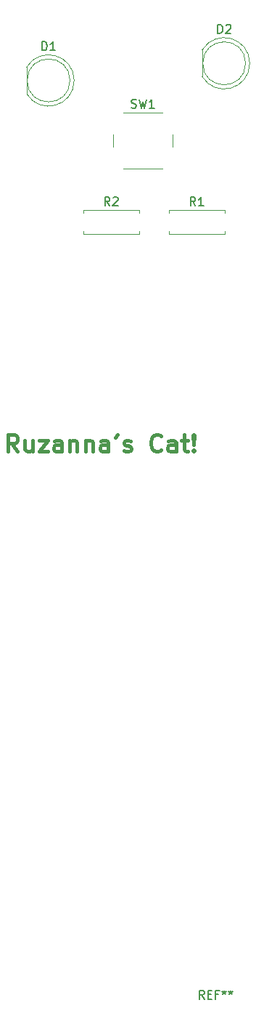
<source format=gbr>
%TF.GenerationSoftware,KiCad,Pcbnew,9.0.2*%
%TF.CreationDate,2025-06-03T16:13:35-04:00*%
%TF.ProjectId,athena workshop,61746865-6e61-4207-976f-726b73686f70,rev?*%
%TF.SameCoordinates,Original*%
%TF.FileFunction,Legend,Top*%
%TF.FilePolarity,Positive*%
%FSLAX46Y46*%
G04 Gerber Fmt 4.6, Leading zero omitted, Abs format (unit mm)*
G04 Created by KiCad (PCBNEW 9.0.2) date 2025-06-03 16:13:35*
%MOMM*%
%LPD*%
G01*
G04 APERTURE LIST*
%ADD10C,0.400000*%
%ADD11C,0.150000*%
%ADD12C,0.120000*%
G04 APERTURE END LIST*
D10*
X111882204Y-85734438D02*
X111215537Y-84782057D01*
X110739347Y-85734438D02*
X110739347Y-83734438D01*
X110739347Y-83734438D02*
X111501252Y-83734438D01*
X111501252Y-83734438D02*
X111691728Y-83829676D01*
X111691728Y-83829676D02*
X111786966Y-83924914D01*
X111786966Y-83924914D02*
X111882204Y-84115390D01*
X111882204Y-84115390D02*
X111882204Y-84401104D01*
X111882204Y-84401104D02*
X111786966Y-84591580D01*
X111786966Y-84591580D02*
X111691728Y-84686819D01*
X111691728Y-84686819D02*
X111501252Y-84782057D01*
X111501252Y-84782057D02*
X110739347Y-84782057D01*
X113596490Y-84401104D02*
X113596490Y-85734438D01*
X112739347Y-84401104D02*
X112739347Y-85448723D01*
X112739347Y-85448723D02*
X112834585Y-85639200D01*
X112834585Y-85639200D02*
X113025061Y-85734438D01*
X113025061Y-85734438D02*
X113310776Y-85734438D01*
X113310776Y-85734438D02*
X113501252Y-85639200D01*
X113501252Y-85639200D02*
X113596490Y-85543961D01*
X114358395Y-84401104D02*
X115406014Y-84401104D01*
X115406014Y-84401104D02*
X114358395Y-85734438D01*
X114358395Y-85734438D02*
X115406014Y-85734438D01*
X117025062Y-85734438D02*
X117025062Y-84686819D01*
X117025062Y-84686819D02*
X116929824Y-84496342D01*
X116929824Y-84496342D02*
X116739348Y-84401104D01*
X116739348Y-84401104D02*
X116358395Y-84401104D01*
X116358395Y-84401104D02*
X116167919Y-84496342D01*
X117025062Y-85639200D02*
X116834586Y-85734438D01*
X116834586Y-85734438D02*
X116358395Y-85734438D01*
X116358395Y-85734438D02*
X116167919Y-85639200D01*
X116167919Y-85639200D02*
X116072681Y-85448723D01*
X116072681Y-85448723D02*
X116072681Y-85258247D01*
X116072681Y-85258247D02*
X116167919Y-85067771D01*
X116167919Y-85067771D02*
X116358395Y-84972533D01*
X116358395Y-84972533D02*
X116834586Y-84972533D01*
X116834586Y-84972533D02*
X117025062Y-84877295D01*
X117977443Y-84401104D02*
X117977443Y-85734438D01*
X117977443Y-84591580D02*
X118072681Y-84496342D01*
X118072681Y-84496342D02*
X118263157Y-84401104D01*
X118263157Y-84401104D02*
X118548872Y-84401104D01*
X118548872Y-84401104D02*
X118739348Y-84496342D01*
X118739348Y-84496342D02*
X118834586Y-84686819D01*
X118834586Y-84686819D02*
X118834586Y-85734438D01*
X119786967Y-84401104D02*
X119786967Y-85734438D01*
X119786967Y-84591580D02*
X119882205Y-84496342D01*
X119882205Y-84496342D02*
X120072681Y-84401104D01*
X120072681Y-84401104D02*
X120358396Y-84401104D01*
X120358396Y-84401104D02*
X120548872Y-84496342D01*
X120548872Y-84496342D02*
X120644110Y-84686819D01*
X120644110Y-84686819D02*
X120644110Y-85734438D01*
X122453634Y-85734438D02*
X122453634Y-84686819D01*
X122453634Y-84686819D02*
X122358396Y-84496342D01*
X122358396Y-84496342D02*
X122167920Y-84401104D01*
X122167920Y-84401104D02*
X121786967Y-84401104D01*
X121786967Y-84401104D02*
X121596491Y-84496342D01*
X122453634Y-85639200D02*
X122263158Y-85734438D01*
X122263158Y-85734438D02*
X121786967Y-85734438D01*
X121786967Y-85734438D02*
X121596491Y-85639200D01*
X121596491Y-85639200D02*
X121501253Y-85448723D01*
X121501253Y-85448723D02*
X121501253Y-85258247D01*
X121501253Y-85258247D02*
X121596491Y-85067771D01*
X121596491Y-85067771D02*
X121786967Y-84972533D01*
X121786967Y-84972533D02*
X122263158Y-84972533D01*
X122263158Y-84972533D02*
X122453634Y-84877295D01*
X123501253Y-83734438D02*
X123310777Y-84115390D01*
X124263158Y-85639200D02*
X124453634Y-85734438D01*
X124453634Y-85734438D02*
X124834586Y-85734438D01*
X124834586Y-85734438D02*
X125025063Y-85639200D01*
X125025063Y-85639200D02*
X125120301Y-85448723D01*
X125120301Y-85448723D02*
X125120301Y-85353485D01*
X125120301Y-85353485D02*
X125025063Y-85163009D01*
X125025063Y-85163009D02*
X124834586Y-85067771D01*
X124834586Y-85067771D02*
X124548872Y-85067771D01*
X124548872Y-85067771D02*
X124358396Y-84972533D01*
X124358396Y-84972533D02*
X124263158Y-84782057D01*
X124263158Y-84782057D02*
X124263158Y-84686819D01*
X124263158Y-84686819D02*
X124358396Y-84496342D01*
X124358396Y-84496342D02*
X124548872Y-84401104D01*
X124548872Y-84401104D02*
X124834586Y-84401104D01*
X124834586Y-84401104D02*
X125025063Y-84496342D01*
X128644111Y-85543961D02*
X128548873Y-85639200D01*
X128548873Y-85639200D02*
X128263159Y-85734438D01*
X128263159Y-85734438D02*
X128072683Y-85734438D01*
X128072683Y-85734438D02*
X127786968Y-85639200D01*
X127786968Y-85639200D02*
X127596492Y-85448723D01*
X127596492Y-85448723D02*
X127501254Y-85258247D01*
X127501254Y-85258247D02*
X127406016Y-84877295D01*
X127406016Y-84877295D02*
X127406016Y-84591580D01*
X127406016Y-84591580D02*
X127501254Y-84210628D01*
X127501254Y-84210628D02*
X127596492Y-84020152D01*
X127596492Y-84020152D02*
X127786968Y-83829676D01*
X127786968Y-83829676D02*
X128072683Y-83734438D01*
X128072683Y-83734438D02*
X128263159Y-83734438D01*
X128263159Y-83734438D02*
X128548873Y-83829676D01*
X128548873Y-83829676D02*
X128644111Y-83924914D01*
X130358397Y-85734438D02*
X130358397Y-84686819D01*
X130358397Y-84686819D02*
X130263159Y-84496342D01*
X130263159Y-84496342D02*
X130072683Y-84401104D01*
X130072683Y-84401104D02*
X129691730Y-84401104D01*
X129691730Y-84401104D02*
X129501254Y-84496342D01*
X130358397Y-85639200D02*
X130167921Y-85734438D01*
X130167921Y-85734438D02*
X129691730Y-85734438D01*
X129691730Y-85734438D02*
X129501254Y-85639200D01*
X129501254Y-85639200D02*
X129406016Y-85448723D01*
X129406016Y-85448723D02*
X129406016Y-85258247D01*
X129406016Y-85258247D02*
X129501254Y-85067771D01*
X129501254Y-85067771D02*
X129691730Y-84972533D01*
X129691730Y-84972533D02*
X130167921Y-84972533D01*
X130167921Y-84972533D02*
X130358397Y-84877295D01*
X131025064Y-84401104D02*
X131786968Y-84401104D01*
X131310778Y-83734438D02*
X131310778Y-85448723D01*
X131310778Y-85448723D02*
X131406016Y-85639200D01*
X131406016Y-85639200D02*
X131596492Y-85734438D01*
X131596492Y-85734438D02*
X131786968Y-85734438D01*
X132453635Y-85543961D02*
X132548873Y-85639200D01*
X132548873Y-85639200D02*
X132453635Y-85734438D01*
X132453635Y-85734438D02*
X132358397Y-85639200D01*
X132358397Y-85639200D02*
X132453635Y-85543961D01*
X132453635Y-85543961D02*
X132453635Y-85734438D01*
X132453635Y-84972533D02*
X132358397Y-83829676D01*
X132358397Y-83829676D02*
X132453635Y-83734438D01*
X132453635Y-83734438D02*
X132548873Y-83829676D01*
X132548873Y-83829676D02*
X132453635Y-84972533D01*
X132453635Y-84972533D02*
X132453635Y-83734438D01*
D11*
X133666666Y-149504819D02*
X133333333Y-149028628D01*
X133095238Y-149504819D02*
X133095238Y-148504819D01*
X133095238Y-148504819D02*
X133476190Y-148504819D01*
X133476190Y-148504819D02*
X133571428Y-148552438D01*
X133571428Y-148552438D02*
X133619047Y-148600057D01*
X133619047Y-148600057D02*
X133666666Y-148695295D01*
X133666666Y-148695295D02*
X133666666Y-148838152D01*
X133666666Y-148838152D02*
X133619047Y-148933390D01*
X133619047Y-148933390D02*
X133571428Y-148981009D01*
X133571428Y-148981009D02*
X133476190Y-149028628D01*
X133476190Y-149028628D02*
X133095238Y-149028628D01*
X134095238Y-148981009D02*
X134428571Y-148981009D01*
X134571428Y-149504819D02*
X134095238Y-149504819D01*
X134095238Y-149504819D02*
X134095238Y-148504819D01*
X134095238Y-148504819D02*
X134571428Y-148504819D01*
X135333333Y-148981009D02*
X135000000Y-148981009D01*
X135000000Y-149504819D02*
X135000000Y-148504819D01*
X135000000Y-148504819D02*
X135476190Y-148504819D01*
X136000000Y-148504819D02*
X136000000Y-148742914D01*
X135761905Y-148647676D02*
X136000000Y-148742914D01*
X136000000Y-148742914D02*
X136238095Y-148647676D01*
X135857143Y-148933390D02*
X136000000Y-148742914D01*
X136000000Y-148742914D02*
X136142857Y-148933390D01*
X136761905Y-148504819D02*
X136761905Y-148742914D01*
X136523810Y-148647676D02*
X136761905Y-148742914D01*
X136761905Y-148742914D02*
X137000000Y-148647676D01*
X136619048Y-148933390D02*
X136761905Y-148742914D01*
X136761905Y-148742914D02*
X136904762Y-148933390D01*
X125166667Y-45657200D02*
X125309524Y-45704819D01*
X125309524Y-45704819D02*
X125547619Y-45704819D01*
X125547619Y-45704819D02*
X125642857Y-45657200D01*
X125642857Y-45657200D02*
X125690476Y-45609580D01*
X125690476Y-45609580D02*
X125738095Y-45514342D01*
X125738095Y-45514342D02*
X125738095Y-45419104D01*
X125738095Y-45419104D02*
X125690476Y-45323866D01*
X125690476Y-45323866D02*
X125642857Y-45276247D01*
X125642857Y-45276247D02*
X125547619Y-45228628D01*
X125547619Y-45228628D02*
X125357143Y-45181009D01*
X125357143Y-45181009D02*
X125261905Y-45133390D01*
X125261905Y-45133390D02*
X125214286Y-45085771D01*
X125214286Y-45085771D02*
X125166667Y-44990533D01*
X125166667Y-44990533D02*
X125166667Y-44895295D01*
X125166667Y-44895295D02*
X125214286Y-44800057D01*
X125214286Y-44800057D02*
X125261905Y-44752438D01*
X125261905Y-44752438D02*
X125357143Y-44704819D01*
X125357143Y-44704819D02*
X125595238Y-44704819D01*
X125595238Y-44704819D02*
X125738095Y-44752438D01*
X126071429Y-44704819D02*
X126309524Y-45704819D01*
X126309524Y-45704819D02*
X126500000Y-44990533D01*
X126500000Y-44990533D02*
X126690476Y-45704819D01*
X126690476Y-45704819D02*
X126928572Y-44704819D01*
X127833333Y-45704819D02*
X127261905Y-45704819D01*
X127547619Y-45704819D02*
X127547619Y-44704819D01*
X127547619Y-44704819D02*
X127452381Y-44847676D01*
X127452381Y-44847676D02*
X127357143Y-44942914D01*
X127357143Y-44942914D02*
X127261905Y-44990533D01*
X135256905Y-36994819D02*
X135256905Y-35994819D01*
X135256905Y-35994819D02*
X135495000Y-35994819D01*
X135495000Y-35994819D02*
X135637857Y-36042438D01*
X135637857Y-36042438D02*
X135733095Y-36137676D01*
X135733095Y-36137676D02*
X135780714Y-36232914D01*
X135780714Y-36232914D02*
X135828333Y-36423390D01*
X135828333Y-36423390D02*
X135828333Y-36566247D01*
X135828333Y-36566247D02*
X135780714Y-36756723D01*
X135780714Y-36756723D02*
X135733095Y-36851961D01*
X135733095Y-36851961D02*
X135637857Y-36947200D01*
X135637857Y-36947200D02*
X135495000Y-36994819D01*
X135495000Y-36994819D02*
X135256905Y-36994819D01*
X136209286Y-36090057D02*
X136256905Y-36042438D01*
X136256905Y-36042438D02*
X136352143Y-35994819D01*
X136352143Y-35994819D02*
X136590238Y-35994819D01*
X136590238Y-35994819D02*
X136685476Y-36042438D01*
X136685476Y-36042438D02*
X136733095Y-36090057D01*
X136733095Y-36090057D02*
X136780714Y-36185295D01*
X136780714Y-36185295D02*
X136780714Y-36280533D01*
X136780714Y-36280533D02*
X136733095Y-36423390D01*
X136733095Y-36423390D02*
X136161667Y-36994819D01*
X136161667Y-36994819D02*
X136780714Y-36994819D01*
X122643333Y-57084819D02*
X122310000Y-56608628D01*
X122071905Y-57084819D02*
X122071905Y-56084819D01*
X122071905Y-56084819D02*
X122452857Y-56084819D01*
X122452857Y-56084819D02*
X122548095Y-56132438D01*
X122548095Y-56132438D02*
X122595714Y-56180057D01*
X122595714Y-56180057D02*
X122643333Y-56275295D01*
X122643333Y-56275295D02*
X122643333Y-56418152D01*
X122643333Y-56418152D02*
X122595714Y-56513390D01*
X122595714Y-56513390D02*
X122548095Y-56561009D01*
X122548095Y-56561009D02*
X122452857Y-56608628D01*
X122452857Y-56608628D02*
X122071905Y-56608628D01*
X123024286Y-56180057D02*
X123071905Y-56132438D01*
X123071905Y-56132438D02*
X123167143Y-56084819D01*
X123167143Y-56084819D02*
X123405238Y-56084819D01*
X123405238Y-56084819D02*
X123500476Y-56132438D01*
X123500476Y-56132438D02*
X123548095Y-56180057D01*
X123548095Y-56180057D02*
X123595714Y-56275295D01*
X123595714Y-56275295D02*
X123595714Y-56370533D01*
X123595714Y-56370533D02*
X123548095Y-56513390D01*
X123548095Y-56513390D02*
X122976667Y-57084819D01*
X122976667Y-57084819D02*
X123595714Y-57084819D01*
X114756905Y-38994819D02*
X114756905Y-37994819D01*
X114756905Y-37994819D02*
X114995000Y-37994819D01*
X114995000Y-37994819D02*
X115137857Y-38042438D01*
X115137857Y-38042438D02*
X115233095Y-38137676D01*
X115233095Y-38137676D02*
X115280714Y-38232914D01*
X115280714Y-38232914D02*
X115328333Y-38423390D01*
X115328333Y-38423390D02*
X115328333Y-38566247D01*
X115328333Y-38566247D02*
X115280714Y-38756723D01*
X115280714Y-38756723D02*
X115233095Y-38851961D01*
X115233095Y-38851961D02*
X115137857Y-38947200D01*
X115137857Y-38947200D02*
X114995000Y-38994819D01*
X114995000Y-38994819D02*
X114756905Y-38994819D01*
X116280714Y-38994819D02*
X115709286Y-38994819D01*
X115995000Y-38994819D02*
X115995000Y-37994819D01*
X115995000Y-37994819D02*
X115899762Y-38137676D01*
X115899762Y-38137676D02*
X115804524Y-38232914D01*
X115804524Y-38232914D02*
X115709286Y-38280533D01*
X132643333Y-57084819D02*
X132310000Y-56608628D01*
X132071905Y-57084819D02*
X132071905Y-56084819D01*
X132071905Y-56084819D02*
X132452857Y-56084819D01*
X132452857Y-56084819D02*
X132548095Y-56132438D01*
X132548095Y-56132438D02*
X132595714Y-56180057D01*
X132595714Y-56180057D02*
X132643333Y-56275295D01*
X132643333Y-56275295D02*
X132643333Y-56418152D01*
X132643333Y-56418152D02*
X132595714Y-56513390D01*
X132595714Y-56513390D02*
X132548095Y-56561009D01*
X132548095Y-56561009D02*
X132452857Y-56608628D01*
X132452857Y-56608628D02*
X132071905Y-56608628D01*
X133595714Y-57084819D02*
X133024286Y-57084819D01*
X133310000Y-57084819D02*
X133310000Y-56084819D01*
X133310000Y-56084819D02*
X133214762Y-56227676D01*
X133214762Y-56227676D02*
X133119524Y-56322914D01*
X133119524Y-56322914D02*
X133024286Y-56370533D01*
D12*
%TO.C,SW1*%
X123000000Y-48750000D02*
X123000000Y-50250000D01*
X124250000Y-52750000D02*
X128750000Y-52750000D01*
X128750000Y-46250000D02*
X124250000Y-46250000D01*
X130000000Y-50250000D02*
X130000000Y-48750000D01*
%TO.C,D2*%
X133435000Y-38955000D02*
X133435000Y-42045000D01*
X133435000Y-38955170D02*
G75*
G02*
X138985000Y-40500000I2560000J-1544830D01*
G01*
X138985000Y-40500000D02*
G75*
G02*
X133435000Y-42044830I-2990000J0D01*
G01*
X138495000Y-40500000D02*
G75*
G02*
X133495000Y-40500000I-2500000J0D01*
G01*
X133495000Y-40500000D02*
G75*
G02*
X138495000Y-40500000I2500000J0D01*
G01*
%TO.C,R2*%
X119540000Y-57630000D02*
X126080000Y-57630000D01*
X119540000Y-57960000D02*
X119540000Y-57630000D01*
X119540000Y-60040000D02*
X119540000Y-60370000D01*
X119540000Y-60370000D02*
X126080000Y-60370000D01*
X126080000Y-57630000D02*
X126080000Y-57960000D01*
X126080000Y-60370000D02*
X126080000Y-60040000D01*
%TO.C,D1*%
X112935000Y-40955000D02*
X112935000Y-44045000D01*
X112935000Y-40955170D02*
G75*
G02*
X118485000Y-42500000I2560000J-1544830D01*
G01*
X118485000Y-42500000D02*
G75*
G02*
X112935000Y-44044830I-2990000J0D01*
G01*
X117995000Y-42500000D02*
G75*
G02*
X112995000Y-42500000I-2500000J0D01*
G01*
X112995000Y-42500000D02*
G75*
G02*
X117995000Y-42500000I2500000J0D01*
G01*
%TO.C,R1*%
X129540000Y-57630000D02*
X136080000Y-57630000D01*
X129540000Y-57960000D02*
X129540000Y-57630000D01*
X129540000Y-60040000D02*
X129540000Y-60370000D01*
X129540000Y-60370000D02*
X136080000Y-60370000D01*
X136080000Y-57630000D02*
X136080000Y-57960000D01*
X136080000Y-60370000D02*
X136080000Y-60040000D01*
%TD*%
M02*

</source>
